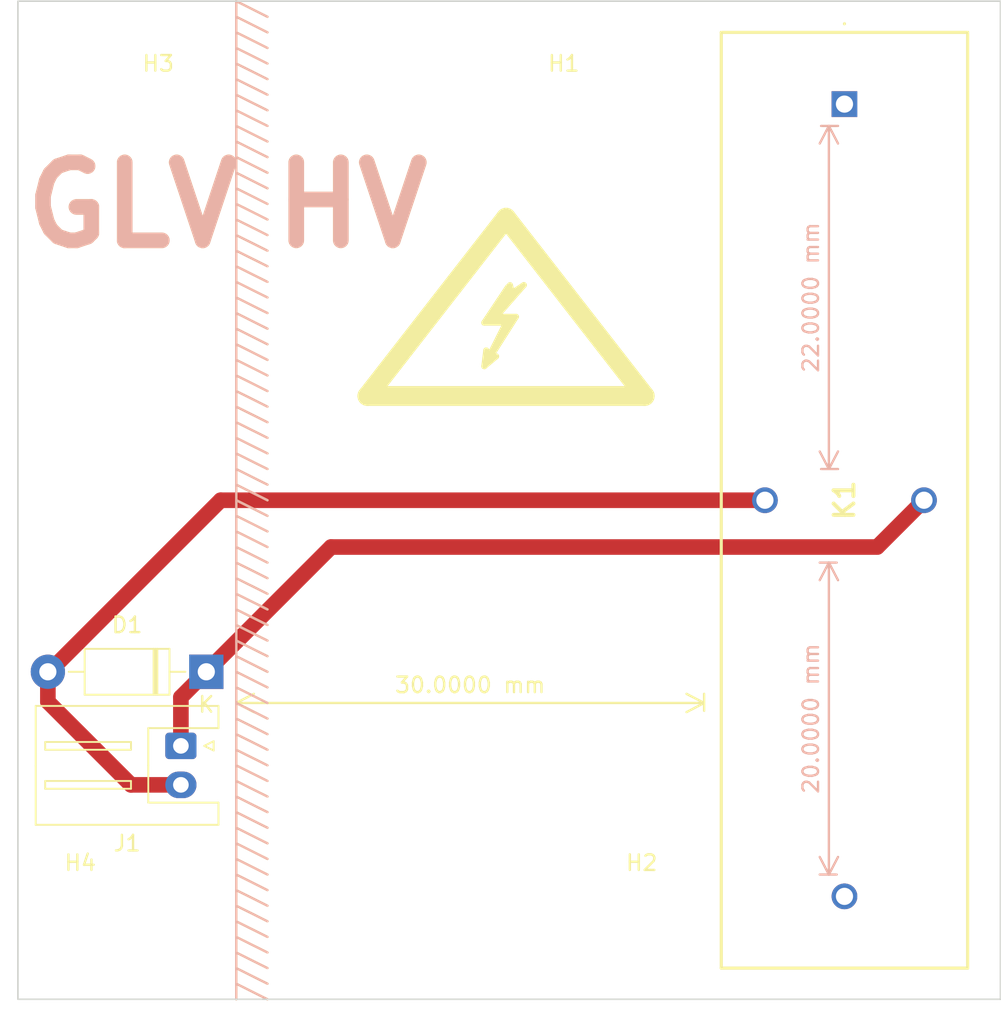
<source format=kicad_pcb>
(kicad_pcb (version 20221018) (generator pcbnew)
  (layers (0 "F.Cu" signal) (31 "B.Cu" signal) (34 "B.Paste" user) (35 "F.Paste" user) (36 "B.SilkS" user "B.Silkscreen") (37 "F.SilkS" user "F.Silkscreen") (38 "B.Mask" user) (39 "F.Mask" user) (44 "Edge.Cuts" user))
  (net 0 "")
  (net 1 "Net-(D1-K)")
  (net 2 "Net-(D1-A)")
  (footprint "MountingHole:MountingHole_4.3mm_M4_DIN965" (layer "F.Cu") (at 92 34)
    (fp_text reference "H1" (at -5 0) (layer "F.SilkS"))
    (fp_text value "MountingHole")
    (pad "" np_thru_hole circle (at 0 0) (size 4.3 4.3) (drill 4.3) (layers "*.Cu" "*.Mask"))
  )
  (footprint "Connector_JST:JST_XH_S2B-XH-A_1x02_P2.50mm_Horizontal" (layer "F.Cu") (at 62.45 77.75 -90)
    (fp_text reference "J1" (at 6.25 3.45 -180) (layer "F.SilkS"))
    (fp_text value "Discharge_SIG_In")
    (fp_line (start -2.56 -2.41) (end -1.14 -2.41) (stroke (width 0.12)) (layer "F.SilkS"))
    (fp_line (start -2.56 9.31) (end -2.56 -2.41) (stroke (width 0.12)) (layer "F.SilkS"))
    (fp_line (start -1.14 -2.41) (end -1.14 2.09) (stroke (width 0.12)) (layer "F.SilkS"))
    (fp_line (start -1.14 2.09) (end 1.25 2.09) (stroke (width 0.12)) (layer "F.SilkS"))
    (fp_line (start -0.3 -2.1) (end 0.3 -2.1) (stroke (width 0.12)) (layer "F.SilkS"))
    (fp_line (start -0.25 3.2) (end -0.25 8.7) (stroke (width 0.12)) (layer "F.SilkS"))
    (fp_line (start -0.25 8.7) (end 0.25 8.7) (stroke (width 0.12)) (layer "F.SilkS"))
    (fp_line (start 0 -1.5) (end -0.3 -2.1) (stroke (width 0.12)) (layer "F.SilkS"))
    (fp_line (start 0.25 3.2) (end -0.25 3.2) (stroke (width 0.12)) (layer "F.SilkS"))
    (fp_line (start 0.25 8.7) (end 0.25 3.2) (stroke (width 0.12)) (layer "F.SilkS"))
    (fp_line (start 0.3 -2.1) (end 0 -1.5) (stroke (width 0.12)) (layer "F.SilkS"))
    (fp_line (start 1.25 9.31) (end -2.56 9.31) (stroke (width 0.12)) (layer "F.SilkS"))
    (fp_line (start 1.25 9.31) (end 5.06 9.31) (stroke (width 0.12)) (layer "F.SilkS"))
    (fp_line (start 2.25 3.2) (end 2.25 8.7) (stroke (width 0.12)) (layer "F.SilkS"))
    (fp_line (start 2.25 8.7) (end 2.75 8.7) (stroke (width 0.12)) (layer "F.SilkS"))
    (fp_line (start 2.75 3.2) (end 2.25 3.2) (stroke (width 0.12)) (layer "F.SilkS"))
    (fp_line (start 2.75 8.7) (end 2.75 3.2) (stroke (width 0.12)) (layer "F.SilkS"))
    (fp_line (start 3.64 -2.41) (end 3.64 2.09) (stroke (width 0.12)) (layer "F.SilkS"))
    (fp_line (start 3.64 2.09) (end 1.25 2.09) (stroke (width 0.12)) (layer "F.SilkS"))
    (fp_line (start 5.06 -2.41) (end 3.64 -2.41) (stroke (width 0.12)) (layer "F.SilkS"))
    (fp_line (start 5.06 9.31) (end 5.06 -2.41) (stroke (width 0.12)) (layer "F.SilkS"))
    (pad "1" thru_hole roundrect (at 0 0 270) (size 1.7 2) (drill 1) (layers "*.Cu" "*.Mask") (roundrect_rratio 0.147059) (net 1 "Net-(D1-K)"))
    (pad "2" thru_hole oval (at 2.5 0 270) (size 1.7 2) (drill 1) (layers "*.Cu" "*.Mask") (net 2 "Net-(D1-A)"))
  )
  (footprint "MountingHole:MountingHole_4.3mm_M4_DIN965" (layer "F.Cu") (at 92 90)
    (fp_text reference "H2" (at 0 -4.75) (layer "F.SilkS"))
    (fp_text value "MountingHole")
    (pad "" np_thru_hole circle (at 0 0) (size 4.3 4.3) (drill 4.3) (layers "*.Cu" "*.Mask"))
  )
  (footprint "SamacSys_Parts:DBT72410" (layer "F.Cu") (at 105 36.6 -90)
    (fp_text reference "K1" (at 25.4 0 90) (layer "F.SilkS") (effects (font (size 1.27 1.27) (thickness 0.254))))
    (fp_text value "DBT72410" hide)
    (fp_line (start -5.2 0) (end -5.2 0) (stroke (width 0.1)) (layer "F.SilkS"))
    (fp_line (start -5.1 0) (end -5.1 0) (stroke (width 0.1)) (layer "F.SilkS"))
    (fp_line (start -4.6 -7.9) (end -4.6 7.9) (stroke (width 0.2)) (layer "F.SilkS"))
    (fp_line (start -4.6 7.9) (end 55.4 7.9) (stroke (width 0.2)) (layer "F.SilkS"))
    (fp_line (start 55.4 -7.9) (end -4.6 -7.9) (stroke (width 0.2)) (layer "F.SilkS"))
    (fp_line (start 55.4 7.9) (end 55.4 -7.9) (stroke (width 0.2)) (layer "F.SilkS"))
    (fp_arc (start -5.2 0) (mid -5.15 -0.05) (end -5.1 0) (stroke (width 0.1)) (layer "F.SilkS"))
    (fp_arc (start -5.1 0) (mid -5.15 0.05) (end -5.2 0) (stroke (width 0.1)) (layer "F.SilkS"))
    (pad "1" thru_hole rect (at 0 0 270) (size 1.65 1.65) (drill 1.1) (layers "*.Cu" "*.Mask"))
    (pad "2" thru_hole circle (at 50.8 0 270) (size 1.65 1.65) (drill 1.1) (layers "*.Cu" "*.Mask"))
    (pad "3" thru_hole circle (at 25.4 5.1 270) (size 1.65 1.65) (drill 1.1) (layers "*.Cu" "*.Mask") (net 2 "Net-(D1-A)"))
    (pad "4" thru_hole circle (at 25.4 -5.1 270) (size 1.65 1.65) (drill 1.1) (layers "*.Cu" "*.Mask") (net 1 "Net-(D1-K)"))
  )
  (footprint "Personal:Symbol_Highvoltage_Type2_CopperTop_Small" (layer "F.Cu") (at 83.3 51.505)
    (fp_text reference "REF**" hide)
    (fp_text value "Symbol_Highvoltage_Type2_CopperTop_Small")
    (fp_line (start -8.89 3.81) (end 0 -7.62) (stroke (width 1.27)) (layer "F.SilkS"))
    (fp_line (start -1.397 -0.889) (end 0 -0.889) (stroke (width 0.381)) (layer "F.SilkS"))
    (fp_line (start -1.397 1.905) (end -0.635 1.27) (stroke (width 0.381)) (layer "F.SilkS"))
    (fp_line (start -1.27 0.889) (end -1.397 1.905) (stroke (width 0.381)) (layer "F.SilkS"))
    (fp_line (start -1.143 1.397) (end -1.27 0.889) (stroke (width 0.381)) (layer "F.SilkS"))
    (fp_line (start -1.143 1.524) (end 0.635 -1.27) (stroke (width 0.381)) (layer "F.SilkS"))
    (fp_line (start -1.016 -1.016) (end 0.254 -1.016) (stroke (width 0.381)) (layer "F.SilkS"))
    (fp_line (start -0.635 -1.27) (end 1.143 -3.302) (stroke (width 0.381)) (layer "F.SilkS"))
    (fp_line (start -0.635 1.27) (end -1.143 1.524) (stroke (width 0.381)) (layer "F.SilkS"))
    (fp_line (start 0 -7.62) (end 8.89 3.81) (stroke (width 1.27)) (layer "F.SilkS"))
    (fp_line (start 0 -0.889) (end -1.143 1.397) (stroke (width 0.381)) (layer "F.SilkS"))
    (fp_line (start 0.127 -3.175) (end -1.397 -0.889) (stroke (width 0.381)) (layer "F.SilkS"))
    (fp_line (start 0.381 -2.921) (end -1.016 -1.016) (stroke (width 0.381)) (layer "F.SilkS"))
    (fp_line (start 0.381 -2.794) (end 0.254 -3.302) (stroke (width 0.381)) (layer "F.SilkS"))
    (fp_line (start 0.635 -1.27) (end -0.635 -1.27) (stroke (width 0.381)) (layer "F.SilkS"))
    (fp_line (start 1.143 -3.302) (end 0.381 -2.794) (stroke (width 0.381)) (layer "F.SilkS"))
    (fp_line (start 8.89 3.81) (end -8.89 3.81) (stroke (width 1.27)) (layer "F.SilkS"))
  )
  (footprint "Diode_THT:D_DO-41_SOD81_P10.16mm_Horizontal" (layer "F.Cu") (at 64.08 73 180)
    (fp_text reference "D1" (at 5.08 3) (layer "F.SilkS"))
    (fp_text value "1N4007")
    (fp_text user "K" (at 0 -2.1) (layer "F.SilkS"))
    (fp_line (start 1.34 0) (end 2.36 0) (stroke (width 0.12)) (layer "F.SilkS"))
    (fp_line (start 2.36 -1.47) (end 2.36 1.47) (stroke (width 0.12)) (layer "F.SilkS"))
    (fp_line (start 2.36 1.47) (end 7.8 1.47) (stroke (width 0.12)) (layer "F.SilkS"))
    (fp_line (start 3.14 -1.47) (end 3.14 1.47) (stroke (width 0.12)) (layer "F.SilkS"))
    (fp_line (start 3.26 -1.47) (end 3.26 1.47) (stroke (width 0.12)) (layer "F.SilkS"))
    (fp_line (start 3.38 -1.47) (end 3.38 1.47) (stroke (width 0.12)) (layer "F.SilkS"))
    (fp_line (start 7.8 -1.47) (end 2.36 -1.47) (stroke (width 0.12)) (layer "F.SilkS"))
    (fp_line (start 7.8 1.47) (end 7.8 -1.47) (stroke (width 0.12)) (layer "F.SilkS"))
    (fp_line (start 8.82 0) (end 7.8 0) (stroke (width 0.12)) (layer "F.SilkS"))
    (pad "1" thru_hole rect (at 0 0 180) (size 2.2 2.2) (drill 1.1) (layers "*.Cu" "*.Mask") (net 1 "Net-(D1-K)"))
    (pad "2" thru_hole oval (at 10.16 0 180) (size 2.2 2.2) (drill 1.1) (layers "*.Cu" "*.Mask") (net 2 "Net-(D1-A)"))
  )
  (footprint "MountingHole:MountingHole_4.3mm_M4_DIN965" (layer "F.Cu") (at 56 90)
    (fp_text reference "H4" (at 0 -4.75) (layer "F.SilkS"))
    (fp_text value "MountingHole")
    (pad "" np_thru_hole circle (at 0 0) (size 4.3 4.3) (drill 4.3) (layers "*.Cu" "*.Mask"))
  )
  (footprint "MountingHole:MountingHole_4.3mm_M4_DIN965" (layer "F.Cu") (at 56 34)
    (fp_text reference "H3" (at 5 0) (layer "F.SilkS"))
    (fp_text value "MountingHole")
    (pad "" np_thru_hole circle (at 0 0) (size 4.3 4.3) (drill 4.3) (layers "*.Cu" "*.Mask"))
  )
  (gr_line (start 66 76) (end 68 77) (stroke (width 0.15)) (layer "B.SilkS"))
  (gr_line (start 66 59) (end 68 60) (stroke (width 0.15)) (layer "B.SilkS"))
  (gr_line (start 66 52) (end 68 53) (stroke (width 0.15)) (layer "B.SilkS"))
  (gr_line (start 66 90) (end 68 91) (stroke (width 0.15)) (layer "B.SilkS"))
  (gr_line (start 66 40) (end 68 41) (stroke (width 0.15)) (layer "B.SilkS"))
  (gr_line (start 66 77) (end 68 78) (stroke (width 0.15)) (layer "B.SilkS"))
  (gr_line (start 66 32) (end 68 33) (stroke (width 0.15)) (layer "B.SilkS"))
  (gr_line (start 66 42) (end 68 43) (stroke (width 0.15)) (layer "B.SilkS"))
  (gr_line (start 66 61) (end 68 62) (stroke (width 0.15)) (layer "B.SilkS"))
  (gr_line (start 66 75) (end 68 76) (stroke (width 0.15)) (layer "B.SilkS"))
  (gr_line (start 66 57) (end 68 58) (stroke (width 0.15)) (layer "B.SilkS"))
  (gr_line (start 66 74) (end 68 75) (stroke (width 0.15)) (layer "B.SilkS"))
  (gr_line (start 66 84) (end 68 85) (stroke (width 0.15)) (layer "B.SilkS"))
  (gr_line (start 66 47) (end 68 48) (stroke (width 0.15)) (layer "B.SilkS"))
  (gr_line (start 66 64) (end 68 65) (stroke (width 0.15)) (layer "B.SilkS"))
  (gr_line (start 66 49) (end 68 50) (stroke (width 0.15)) (layer "B.SilkS"))
  (gr_line (start 66 72) (end 68 73) (stroke (width 0.15)) (layer "B.SilkS"))
  (gr_line (start 66 88) (end 68 89) (stroke (width 0.15)) (layer "B.SilkS"))
  (gr_line (start 66 39) (end 68 40) (stroke (width 0.15)) (layer "B.SilkS"))
  (gr_line (start 66 69) (end 68 70) (stroke (width 0.15)) (layer "B.SilkS"))
  (gr_line (start 66 82) (end 68 83) (stroke (width 0.15)) (layer "B.SilkS"))
  (gr_line (start 66 37) (end 68 38) (stroke (width 0.15)) (layer "B.SilkS"))
  (gr_line (start 66 34) (end 68 35) (stroke (width 0.15)) (layer "B.SilkS"))
  (gr_line (start 66 54) (end 68 55) (stroke (width 0.15)) (layer "B.SilkS"))
  (gr_line (start 66 70) (end 68 71) (stroke (width 0.15)) (layer "B.SilkS"))
  (gr_line (start 66 60) (end 68 61) (stroke (width 0.15)) (layer "B.SilkS"))
  (gr_line (start 66 85) (end 68 86) (stroke (width 0.15)) (layer "B.SilkS"))
  (gr_line (start 66 81) (end 68 82) (stroke (width 0.15)) (layer "B.SilkS"))
  (gr_line (start 66 78) (end 68 79) (stroke (width 0.15)) (layer "B.SilkS"))
  (gr_line (start 66 79) (end 68 80) (stroke (width 0.15)) (layer "B.SilkS"))
  (gr_line (start 66 33) (end 68 34) (stroke (width 0.15)) (layer "B.SilkS"))
  (gr_line (start 66 73) (end 68 74) (stroke (width 0.15)) (layer "B.SilkS"))
  (gr_line (start 66 86) (end 68 87) (stroke (width 0.15)) (layer "B.SilkS"))
  (gr_line (start 66 45) (end 68 46) (stroke (width 0.15)) (layer "B.SilkS"))
  (gr_line (start 66 89) (end 68 90) (stroke (width 0.15)) (layer "B.SilkS"))
  (gr_line (start 66 56) (end 68 57) (stroke (width 0.15)) (layer "B.SilkS"))
  (gr_line (start 66 43) (end 68 44) (stroke (width 0.15)) (layer "B.SilkS"))
  (gr_line (start 66 35) (end 68 36) (stroke (width 0.15)) (layer "B.SilkS"))
  (gr_line (start 66 80) (end 68 81) (stroke (width 0.15)) (layer "B.SilkS"))
  (gr_line (start 66 53) (end 68 54) (stroke (width 0.15)) (layer "B.SilkS"))
  (gr_line (start 66 51) (end 68 52) (stroke (width 0.15)) (layer "B.SilkS"))
  (gr_line (start 66 71) (end 68 72) (stroke (width 0.15)) (layer "B.SilkS"))
  (gr_line (start 66 65) (end 68 66) (stroke (width 0.15)) (layer "B.SilkS"))
  (gr_line (start 66 91) (end 68 92) (stroke (width 0.15)) (layer "B.SilkS"))
  (gr_line (start 66 48) (end 68 49) (stroke (width 0.15)) (layer "B.SilkS"))
  (gr_line (start 66 46) (end 68 47) (stroke (width 0.15)) (layer "B.SilkS"))
  (gr_line (start 66 62) (end 68 63) (stroke (width 0.15)) (layer "B.SilkS"))
  (gr_line (start 66 31) (end 68 32) (stroke (width 0.15)) (layer "B.SilkS"))
  (gr_line (start 66 63) (end 68 64) (stroke (width 0.15)) (layer "B.SilkS"))
  (gr_line (start 66 92) (end 68 93) (stroke (width 0.15)) (layer "B.SilkS"))
  (gr_line (start 66 55) (end 68 56) (stroke (width 0.15)) (layer "B.SilkS"))
  (gr_line (start 66 68) (end 68 69) (stroke (width 0.15)) (layer "B.SilkS"))
  (gr_line (start 66 41) (end 68 42) (stroke (width 0.15)) (layer "B.SilkS"))
  (gr_line (start 66 93) (end 68 94) (stroke (width 0.15)) (layer "B.SilkS"))
  (gr_line (start 66 50) (end 68 51) (stroke (width 0.15)) (layer "B.SilkS"))
  (gr_line (start 66 87) (end 68 88) (stroke (width 0.15)) (layer "B.SilkS"))
  (gr_line (start 66 94) (end 66 30) (stroke (width 0.15)) (layer "B.SilkS"))
  (gr_line (start 66 36) (end 68 37) (stroke (width 0.15)) (layer "B.SilkS"))
  (gr_line (start 66 30) (end 68 31) (stroke (width 0.15)) (layer "B.SilkS"))
  (gr_line (start 66 44) (end 68 45) (stroke (width 0.15)) (layer "B.SilkS"))
  (gr_line (start 66 66) (end 68 67) (stroke (width 0.15)) (layer "B.SilkS"))
  (gr_line (start 66 83) (end 68 84) (stroke (width 0.15)) (layer "B.SilkS"))
  (gr_line (start 66 58) (end 68 59) (stroke (width 0.15)) (layer "B.SilkS"))
  (gr_line (start 66 38) (end 68 39) (stroke (width 0.15)) (layer "B.SilkS"))
  (gr_line (start 66 67) (end 68 68) (stroke (width 0.15)) (layer "B.SilkS"))
  (gr_line (start 66 71) (end 68 72) (stroke (width 0.15)) (layer "F.SilkS"))
  (gr_line (start 66 67) (end 68 68) (stroke (width 0.15)) (layer "F.SilkS"))
  (gr_line (start 66 31) (end 68 32) (stroke (width 0.15)) (layer "F.SilkS"))
  (gr_line (start 66 36) (end 68 37) (stroke (width 0.15)) (layer "F.SilkS"))
  (gr_line (start 66 30) (end 68 31) (stroke (width 0.15)) (layer "F.SilkS"))
  (gr_line (start 66 91) (end 68 92) (stroke (width 0.15)) (layer "F.SilkS"))
  (gr_line (start 66 60) (end 68 61) (stroke (width 0.15)) (layer "F.SilkS"))
  (gr_line (start 66 76) (end 68 77) (stroke (width 0.15)) (layer "F.SilkS"))
  (gr_line (start 66 85) (end 68 86) (stroke (width 0.15)) (layer "F.SilkS"))
  (gr_line (start 66 75) (end 68 76) (stroke (width 0.15)) (layer "F.SilkS"))
  (gr_line (start 66 57) (end 68 58) (stroke (width 0.15)) (layer "F.SilkS"))
  (gr_line (start 66 45) (end 68 46) (stroke (width 0.15)) (layer "F.SilkS"))
  (gr_line (start 66 35) (end 68 36) (stroke (width 0.15)) (layer "F.SilkS"))
  (gr_line (start 66 82) (end 68 83) (stroke (width 0.15)) (layer "F.SilkS"))
  (gr_line (start 66 90) (end 68 91) (stroke (width 0.15)) (layer "F.SilkS"))
  (gr_line (start 66 37) (end 68 38) (stroke (width 0.15)) (layer "F.SilkS"))
  (gr_line (start 66 53) (end 68 54) (stroke (width 0.15)) (layer "F.SilkS"))
  (gr_line (start 66 39) (end 68 40) (stroke (width 0.15)) (layer "F.SilkS"))
  (gr_line (start 66 58) (end 68 59) (stroke (width 0.15)) (layer "F.SilkS"))
  (gr_line (start 66 32) (end 68 33) (stroke (width 0.15)) (layer "F.SilkS"))
  (gr_line (start 66 66) (end 68 67) (stroke (width 0.15)) (layer "F.SilkS"))
  (gr_line (start 66 46) (end 68 47) (stroke (width 0.15)) (layer "F.SilkS"))
  (gr_line (start 66 84) (end 68 85) (stroke (width 0.15)) (layer "F.SilkS"))
  (gr_line (start 66 65) (end 68 66) (stroke (width 0.15)) (layer "F.SilkS"))
  (gr_line (start 66 42) (end 68 43) (stroke (width 0.15)) (layer "F.SilkS"))
  (gr_line (start 66 61) (end 68 62) (stroke (width 0.15)) (layer "F.SilkS"))
  (gr_line (start 66 41) (end 68 42) (stroke (width 0.15)) (layer "F.SilkS"))
  (gr_line (start 66 89) (end 68 90) (stroke (width 0.15)) (layer "F.SilkS"))
  (gr_line (start 66 55) (end 68 56) (stroke (width 0.15)) (layer "F.SilkS"))
  (gr_line (start 66 44) (end 68 45) (stroke (width 0.15)) (layer "F.SilkS"))
  (gr_line (start 66 94) (end 66 30) (stroke (width 0.15)) (layer "F.SilkS"))
  (gr_line (start 66 56) (end 68 57) (stroke (width 0.15)) (layer "F.SilkS"))
  (gr_line (start 66 59) (end 68 60) (stroke (width 0.15)) (layer "F.SilkS"))
  (gr_line (start 66 73) (end 68 74) (stroke (width 0.15)) (layer "F.SilkS"))
  (gr_line (start 66 88) (end 68 89) (stroke (width 0.15)) (layer "F.SilkS"))
  (gr_line (start 66 48) (end 68 49) (stroke (width 0.15)) (layer "F.SilkS"))
  (gr_line (start 66 51) (end 68 52) (stroke (width 0.15)) (layer "F.SilkS"))
  (gr_line (start 66 93) (end 68 94) (stroke (width 0.15)) (layer "F.SilkS"))
  (gr_line (start 66 63) (end 68 64) (stroke (width 0.15)) (layer "F.SilkS"))
  (gr_line (start 66 68) (end 68 69) (stroke (width 0.15)) (layer "F.SilkS"))
  (gr_line (start 66 52) (end 68 53) (stroke (width 0.15)) (layer "F.SilkS"))
  (gr_line (start 66 34) (end 68 35) (stroke (width 0.15)) (layer "F.SilkS"))
  (gr_line (start 66 74) (end 68 75) (stroke (width 0.15)) (layer "F.SilkS"))
  (gr_line (start 66 49) (end 68 50) (stroke (width 0.15)) (layer "F.SilkS"))
  (gr_line (start 66 83) (end 68 84) (stroke (width 0.15)) (layer "F.SilkS"))
  (gr_line (start 66 80) (end 68 81) (stroke (width 0.15)) (layer "F.SilkS"))
  (gr_line (start 66 54) (end 68 55) (stroke (width 0.15)) (layer "F.SilkS"))
  (gr_line (start 66 81) (end 68 82) (stroke (width 0.15)) (layer "F.SilkS"))
  (gr_line (start 66 47) (end 68 48) (stroke (width 0.15)) (layer "F.SilkS"))
  (gr_line (start 66 78) (end 68 79) (stroke (width 0.15)) (layer "F.SilkS"))
  (gr_line (start 66 70) (end 68 71) (stroke (width 0.15)) (layer "F.SilkS"))
  (gr_line (start 66 72) (end 68 73) (stroke (width 0.15)) (layer "F.SilkS"))
  (gr_line (start 66 43) (end 68 44) (stroke (width 0.15)) (layer "F.SilkS"))
  (gr_line (start 66 62) (end 68 63) (stroke (width 0.15)) (layer "F.SilkS"))
  (gr_line (start 66 33) (end 68 34) (stroke (width 0.15)) (layer "F.SilkS"))
  (gr_line (start 66 87) (end 68 88) (stroke (width 0.15)) (layer "F.SilkS"))
  (gr_line (start 66 38) (end 68 39) (stroke (width 0.15)) (layer "F.SilkS"))
  (gr_line (start 66 86) (end 68 87) (stroke (width 0.15)) (layer "F.SilkS"))
  (gr_line (start 66 40) (end 68 41) (stroke (width 0.15)) (layer "F.SilkS"))
  (gr_line (start 66 69) (end 68 70) (stroke (width 0.15)) (layer "F.SilkS"))
  (gr_line (start 66 92) (end 68 93) (stroke (width 0.15)) (layer "F.SilkS"))
  (gr_line (start 66 50) (end 68 51) (stroke (width 0.15)) (layer "F.SilkS"))
  (gr_line (start 66 79) (end 68 80) (stroke (width 0.15)) (layer "F.SilkS"))
  (gr_line (start 66 64) (end 68 65) (stroke (width 0.15)) (layer "F.SilkS"))
  (gr_line (start 66 77) (end 68 78) (stroke (width 0.15)) (layer "F.SilkS"))
  (gr_rect (start 52 30) (end 115 94) (stroke (width 0.1)) (fill none) (layer "Edge.Cuts"))
  (gr_text "HV" (at 68 46) (layer "B.SilkS") (effects (font (size 5 5) (thickness 1) bold) (justify left bottom)))
  (gr_text "GLV" (at 52 46) (layer "B.SilkS") (effects (font (size 5 5) (thickness 1) bold) (justify left bottom)))
  (gr_text "HV" (at 68 46) (layer "F.SilkS") (effects (font (size 5 5) (thickness 1) bold) (justify left bottom)))
  (gr_text "GLV" (at 52 46) (layer "F.SilkS") (effects (font (size 5 5) (thickness 1) bold) (justify left bottom)))
  (dimension (type aligned) (layer "B.SilkS") (pts (xy 105 86) (xy 105 66)) (height -1) (gr_text "20.0000 mm" (at 102.85 76 90) (layer "B.SilkS") (effects (font (size 1 1) (thickness 0.15)))) (format (prefix "") (suffix "") (units 3) (units_format 1) (precision 4)) (style (thickness 0.15) (arrow_length 1.27) (text_position_mode 0) (extension_height 0.58642) (extension_offset 0.5) keep_text_aligned))
  (dimension (type aligned) (layer "B.SilkS") (pts (xy 103 38) (xy 103 60)) (height -1) (gr_text "22.0000 mm" (at 102.85 49 90) (layer "B.SilkS") (effects (font (size 1 1) (thickness 0.15)))) (format (prefix "") (suffix "") (units 3) (units_format 1) (precision 4)) (style (thickness 0.15) (arrow_length 1.27) (text_position_mode 0) (extension_height 0.58642) (extension_offset 0.5) keep_text_aligned))
  (dimension (type aligned) (layer "F.SilkS") (pts (xy 66 76) (xy 96 76)) (height -1) (gr_text "30.0000 mm" (at 81 73.85) (layer "F.SilkS") (effects (font (size 1 1) (thickness 0.15)))) (format (prefix "") (suffix "") (units 3) (units_format 1) (precision 4)) (style (thickness 0.15) (arrow_length 1.27) (text_position_mode 0) (extension_height 0.58642) (extension_offset 0.5) keep_text_aligned))
  (segment (start 62.45 74.63) (end 64.08 73) (width 1) (layer "F.Cu") (net 1))
  (segment (start 107.1 65) (end 110.1 62) (width 1) (layer "F.Cu") (net 1))
  (segment (start 62.45 77.75) (end 62.45 74.63) (width 1) (layer "F.Cu") (net 1))
  (segment (start 72.08 65) (end 107.1 65) (width 1) (layer "F.Cu") (net 1))
  (segment (start 64.08 73) (end 72.08 65) (width 1) (layer "F.Cu") (net 1))
  (segment (start 59.25 80.25) (end 62.45 80.25) (width 1) (layer "F.Cu") (net 2))
  (segment (start 53.92 74.92) (end 59.25 80.25) (width 1) (layer "F.Cu") (net 2))
  (segment (start 53.92 73) (end 53.92 74.92) (width 1) (layer "F.Cu") (net 2))
  (segment (start 99.9 62) (end 65 62) (width 1) (layer "F.Cu") (net 2))
  (segment (start 54 73) (end 53.92 73) (width 1) (layer "F.Cu") (net 2))
  (segment (start 65 62) (end 54 73) (width 1) (layer "F.Cu") (net 2))
)
</source>
